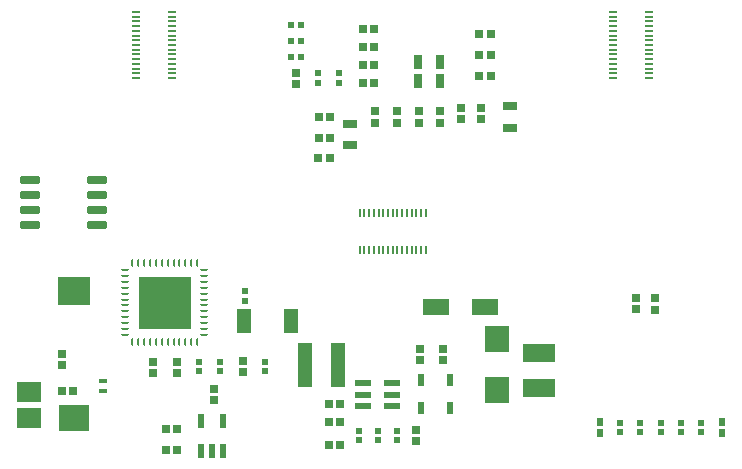
<source format=gtp>
G04*
G04 #@! TF.GenerationSoftware,Altium Limited,Altium Designer,23.8.1 (32)*
G04*
G04 Layer_Color=8421504*
%FSLAX44Y44*%
%MOMM*%
G71*
G04*
G04 #@! TF.SameCoordinates,4EFDB198-7814-4870-AD9F-EEE93015B5C1*
G04*
G04*
G04 #@! TF.FilePolarity,Positive*
G04*
G01*
G75*
G04:AMPARAMS|DCode=15|XSize=0.68mm|YSize=0.25mm|CornerRadius=0.0625mm|HoleSize=0mm|Usage=FLASHONLY|Rotation=90.000|XOffset=0mm|YOffset=0mm|HoleType=Round|Shape=RoundedRectangle|*
%AMROUNDEDRECTD15*
21,1,0.6800,0.1250,0,0,90.0*
21,1,0.5550,0.2500,0,0,90.0*
1,1,0.1250,0.0625,0.2775*
1,1,0.1250,0.0625,-0.2775*
1,1,0.1250,-0.0625,-0.2775*
1,1,0.1250,-0.0625,0.2775*
%
%ADD15ROUNDEDRECTD15*%
G04:AMPARAMS|DCode=16|XSize=0.68mm|YSize=0.25mm|CornerRadius=0.0625mm|HoleSize=0mm|Usage=FLASHONLY|Rotation=180.000|XOffset=0mm|YOffset=0mm|HoleType=Round|Shape=RoundedRectangle|*
%AMROUNDEDRECTD16*
21,1,0.6800,0.1250,0,0,180.0*
21,1,0.5550,0.2500,0,0,180.0*
1,1,0.1250,-0.2775,0.0625*
1,1,0.1250,0.2775,0.0625*
1,1,0.1250,0.2775,-0.0625*
1,1,0.1250,-0.2775,-0.0625*
%
%ADD16ROUNDEDRECTD16*%
%ADD17R,4.5000X4.5000*%
%ADD18R,0.2000X0.7000*%
%ADD19R,0.8000X1.2000*%
%ADD20R,1.2000X0.8000*%
%ADD21R,0.4725X0.4682*%
%ADD22R,0.5000X0.7000*%
%ADD23R,0.4682X0.4725*%
%ADD24R,0.7154X0.6725*%
%ADD25R,0.7000X0.2000*%
%ADD26R,0.6725X0.7154*%
%ADD27R,1.2000X3.7000*%
%ADD28R,2.1500X2.2000*%
%ADD29R,1.3000X2.0000*%
G04:AMPARAMS|DCode=30|XSize=0.65mm|YSize=1.65mm|CornerRadius=0.0488mm|HoleSize=0mm|Usage=FLASHONLY|Rotation=90.000|XOffset=0mm|YOffset=0mm|HoleType=Round|Shape=RoundedRectangle|*
%AMROUNDEDRECTD30*
21,1,0.6500,1.5525,0,0,90.0*
21,1,0.5525,1.6500,0,0,90.0*
1,1,0.0975,0.7763,0.2763*
1,1,0.0975,0.7763,-0.2763*
1,1,0.0975,-0.7763,-0.2763*
1,1,0.0975,-0.7763,0.2763*
%
%ADD30ROUNDEDRECTD30*%
%ADD31R,2.2000X1.4500*%
%ADD32R,0.5000X1.1000*%
%ADD33R,0.6000X1.2000*%
%ADD34R,2.8042X1.5027*%
%ADD35R,1.4000X0.6000*%
%ADD36R,2.0000X1.8000*%
%ADD37R,2.6000X2.2500*%
%ADD38R,2.8000X2.4500*%
%ADD39R,0.6500X0.3500*%
D15*
X109500Y104350D02*
D03*
X114500D02*
D03*
X119500D02*
D03*
X124500D02*
D03*
X129500D02*
D03*
X134500D02*
D03*
X139500D02*
D03*
X144500D02*
D03*
X149500D02*
D03*
X154500D02*
D03*
X159500D02*
D03*
X164500D02*
D03*
Y171650D02*
D03*
X159500D02*
D03*
X154500D02*
D03*
X149500D02*
D03*
X144500D02*
D03*
X134500D02*
D03*
X129500D02*
D03*
X124500D02*
D03*
X119500D02*
D03*
X114500D02*
D03*
X109500D02*
D03*
X139500D02*
D03*
D16*
X170650Y110500D02*
D03*
Y115500D02*
D03*
Y120500D02*
D03*
Y125500D02*
D03*
Y130500D02*
D03*
Y135500D02*
D03*
Y140500D02*
D03*
Y145500D02*
D03*
Y150500D02*
D03*
Y155500D02*
D03*
Y160500D02*
D03*
Y165500D02*
D03*
X103350D02*
D03*
Y160500D02*
D03*
Y155500D02*
D03*
Y150500D02*
D03*
Y145500D02*
D03*
Y140500D02*
D03*
Y135500D02*
D03*
Y130500D02*
D03*
Y125500D02*
D03*
Y120500D02*
D03*
Y115500D02*
D03*
Y110500D02*
D03*
D17*
X137000Y138000D02*
D03*
D18*
X302000Y182600D02*
D03*
Y213400D02*
D03*
X306000Y182600D02*
D03*
Y213400D02*
D03*
X310000Y182600D02*
D03*
Y213400D02*
D03*
X314000Y182600D02*
D03*
Y213400D02*
D03*
X318000Y182600D02*
D03*
Y213400D02*
D03*
X322000Y182600D02*
D03*
Y213400D02*
D03*
X326000Y182600D02*
D03*
Y213400D02*
D03*
X330000Y182600D02*
D03*
Y213400D02*
D03*
X334000Y182600D02*
D03*
Y213400D02*
D03*
X338000Y182600D02*
D03*
Y213400D02*
D03*
X342000Y182600D02*
D03*
Y213400D02*
D03*
X346000Y182600D02*
D03*
Y213400D02*
D03*
X350000Y182600D02*
D03*
Y213400D02*
D03*
X354000Y182600D02*
D03*
Y213400D02*
D03*
X358000Y182600D02*
D03*
Y213400D02*
D03*
D19*
X369750Y325500D02*
D03*
X351750D02*
D03*
X369750Y341463D02*
D03*
X351750D02*
D03*
D20*
X429500Y304000D02*
D03*
Y286000D02*
D03*
X294000Y289500D02*
D03*
Y271500D02*
D03*
D21*
X539250Y28228D02*
D03*
Y36272D02*
D03*
X284500Y324207D02*
D03*
Y332250D02*
D03*
X267000Y324207D02*
D03*
Y332250D02*
D03*
X574250Y28228D02*
D03*
Y36272D02*
D03*
X557000D02*
D03*
Y28228D02*
D03*
X591000D02*
D03*
Y36272D02*
D03*
X522500Y28228D02*
D03*
Y36272D02*
D03*
X333250Y21228D02*
D03*
Y29272D02*
D03*
X204750Y147631D02*
D03*
Y139588D02*
D03*
X301750Y21228D02*
D03*
Y29272D02*
D03*
X317750Y21228D02*
D03*
Y29272D02*
D03*
X222000Y79978D02*
D03*
Y88021D02*
D03*
X166000Y79978D02*
D03*
Y88021D02*
D03*
X184000Y79978D02*
D03*
Y88021D02*
D03*
D22*
X505437Y36500D02*
D03*
Y27500D02*
D03*
X608437Y27750D02*
D03*
Y36750D02*
D03*
D23*
X243979Y345750D02*
D03*
X252022D02*
D03*
Y373000D02*
D03*
X243979D02*
D03*
Y359750D02*
D03*
X252022D02*
D03*
D24*
X314536Y354250D02*
D03*
X304964D02*
D03*
X267464Y294750D02*
D03*
X277035D02*
D03*
X314536Y339250D02*
D03*
X304964D02*
D03*
X314536Y323750D02*
D03*
X304964D02*
D03*
X314536Y369500D02*
D03*
X304964D02*
D03*
X413036Y365500D02*
D03*
X403464D02*
D03*
X413036Y347750D02*
D03*
X403464D02*
D03*
X413035Y329750D02*
D03*
X403464D02*
D03*
X267214Y277000D02*
D03*
X276786D02*
D03*
X266964Y260500D02*
D03*
X276536D02*
D03*
X275714Y36500D02*
D03*
X285286D02*
D03*
X275714Y51750D02*
D03*
X285286D02*
D03*
X285286Y17500D02*
D03*
X275714D02*
D03*
X138000Y13000D02*
D03*
X147571D02*
D03*
X138214Y31000D02*
D03*
X147786D02*
D03*
X59286Y63000D02*
D03*
X49714D02*
D03*
D25*
X547400Y328000D02*
D03*
X516600D02*
D03*
X547400Y332000D02*
D03*
X516600D02*
D03*
X547400Y336000D02*
D03*
X516600D02*
D03*
X547400Y340000D02*
D03*
X516600D02*
D03*
X547400Y344000D02*
D03*
X516600D02*
D03*
X547400Y348000D02*
D03*
X516600D02*
D03*
X547400Y352000D02*
D03*
X516600D02*
D03*
X547400Y356000D02*
D03*
X516600D02*
D03*
X547400Y360000D02*
D03*
X516600D02*
D03*
X547400Y364000D02*
D03*
X516600D02*
D03*
X547400Y368000D02*
D03*
X516600D02*
D03*
X547400Y372000D02*
D03*
X516600D02*
D03*
X547400Y376000D02*
D03*
X516600D02*
D03*
X547400Y380000D02*
D03*
X516600D02*
D03*
X547400Y384000D02*
D03*
X516600D02*
D03*
X112600D02*
D03*
X143400D02*
D03*
X112600Y380000D02*
D03*
X143400D02*
D03*
X112600Y376000D02*
D03*
X143400D02*
D03*
X112600Y372000D02*
D03*
X143400D02*
D03*
X112600Y368000D02*
D03*
X143400D02*
D03*
X112600Y364000D02*
D03*
X143400D02*
D03*
X112600Y360000D02*
D03*
X143400D02*
D03*
X112600Y356000D02*
D03*
X143400D02*
D03*
X112600Y352000D02*
D03*
X143400D02*
D03*
X112600Y348000D02*
D03*
X143400D02*
D03*
X112600Y344000D02*
D03*
X143400D02*
D03*
X112600Y340000D02*
D03*
X143400D02*
D03*
X112600Y336000D02*
D03*
X143400D02*
D03*
X112600Y332000D02*
D03*
X143400D02*
D03*
X112600Y328000D02*
D03*
X143400D02*
D03*
D26*
X352000Y290214D02*
D03*
Y299786D02*
D03*
X333750Y290214D02*
D03*
Y299786D02*
D03*
X315250Y290214D02*
D03*
Y299786D02*
D03*
X405000Y293214D02*
D03*
Y302786D02*
D03*
X370000Y299786D02*
D03*
Y290214D02*
D03*
X388000Y302536D02*
D03*
Y292964D02*
D03*
X247750Y322714D02*
D03*
Y332286D02*
D03*
X349750Y20714D02*
D03*
Y30286D02*
D03*
X536250Y132179D02*
D03*
Y141750D02*
D03*
X552000Y131964D02*
D03*
Y141536D02*
D03*
X353250Y99036D02*
D03*
Y89464D02*
D03*
X372250Y99036D02*
D03*
Y89464D02*
D03*
X179000Y64786D02*
D03*
Y55214D02*
D03*
X127000Y78214D02*
D03*
Y87786D02*
D03*
X147000Y78214D02*
D03*
Y87786D02*
D03*
X203000Y79214D02*
D03*
Y88786D02*
D03*
X50000Y94786D02*
D03*
Y85214D02*
D03*
D27*
X255500Y85000D02*
D03*
X283500D02*
D03*
D28*
X418000Y63500D02*
D03*
Y107500D02*
D03*
D29*
X204250Y122500D02*
D03*
X244250D02*
D03*
D30*
X23250Y242050D02*
D03*
Y229350D02*
D03*
Y216650D02*
D03*
Y203950D02*
D03*
X79750Y242050D02*
D03*
Y229350D02*
D03*
Y216650D02*
D03*
Y203950D02*
D03*
D31*
X407750Y134000D02*
D03*
X366750D02*
D03*
D32*
X354000Y72000D02*
D03*
Y48500D02*
D03*
X378750Y72000D02*
D03*
Y48500D02*
D03*
D33*
X167500Y12500D02*
D03*
X177000D02*
D03*
X186500D02*
D03*
Y37500D02*
D03*
X167500D02*
D03*
D34*
X454250Y95002D02*
D03*
Y65998D02*
D03*
D35*
X329500Y69500D02*
D03*
Y60000D02*
D03*
Y50500D02*
D03*
X304500D02*
D03*
Y60000D02*
D03*
Y69500D02*
D03*
D36*
X22500Y40500D02*
D03*
Y62500D02*
D03*
D37*
X59800Y40500D02*
D03*
D38*
Y147500D02*
D03*
D39*
X85000Y71250D02*
D03*
Y62750D02*
D03*
M02*

</source>
